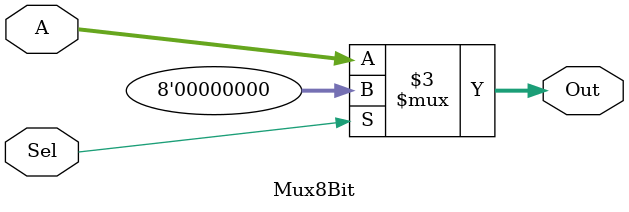
<source format=v>
module Mux8Bit #(parameter WIDTH = 8)(
input [WIDTH-1:0] A,
input Sel,
output reg [WIDTH-1:0] Out);

always@(*)
    if(Sel)
        Out <= {WIDTH{1'b0}};
    else
        Out <= A;
endmodule
</source>
